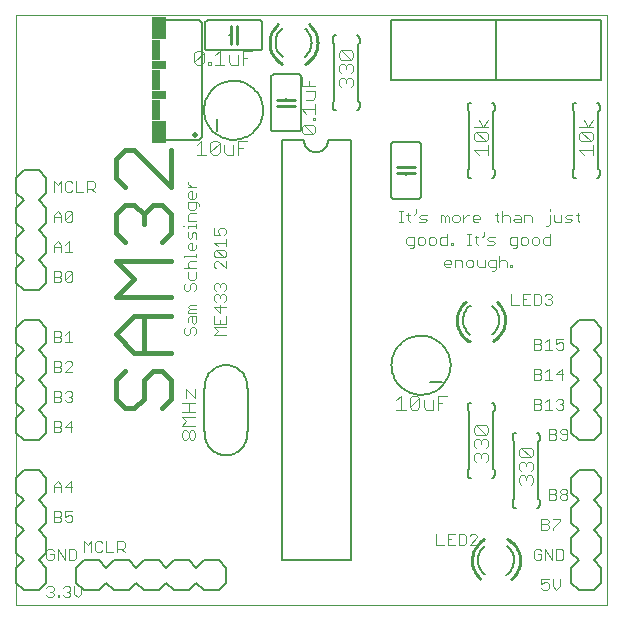
<source format=gto>
G75*
G70*
%OFA0B0*%
%FSLAX24Y24*%
%IPPOS*%
%LPD*%
%AMOC8*
5,1,8,0,0,1.08239X$1,22.5*
%
%ADD10C,0.0000*%
%ADD11C,0.0040*%
%ADD12C,0.0030*%
%ADD13C,0.0160*%
%ADD14C,0.0200*%
%ADD15C,0.0060*%
%ADD16R,0.0500X0.0750*%
%ADD17R,0.0300X0.0700*%
%ADD18R,0.0500X0.0300*%
%ADD19C,0.0100*%
%ADD20C,0.0080*%
%ADD21C,0.0050*%
D10*
X000816Y001371D02*
X000816Y021056D01*
X020501Y021056D01*
X020501Y001371D01*
X000816Y001371D01*
D11*
X006336Y006967D02*
X006336Y007121D01*
X006413Y007198D01*
X006489Y007198D01*
X006566Y007121D01*
X006566Y006967D01*
X006489Y006891D01*
X006413Y006891D01*
X006336Y006967D01*
X006336Y007351D02*
X006489Y007504D01*
X006336Y007658D01*
X006796Y007658D01*
X006796Y007811D02*
X006336Y007811D01*
X006566Y007811D02*
X006566Y008118D01*
X006489Y008272D02*
X006489Y008579D01*
X006796Y008272D01*
X006796Y008579D01*
X006796Y008118D02*
X006336Y008118D01*
X006336Y007351D02*
X006796Y007351D01*
X006720Y007198D02*
X006796Y007121D01*
X006796Y006967D01*
X006720Y006891D01*
X006643Y006891D01*
X006566Y006967D01*
X006566Y007121D02*
X006643Y007198D01*
X006720Y007198D01*
X013495Y007891D02*
X013802Y007891D01*
X013648Y007891D02*
X013648Y008351D01*
X013495Y008198D01*
X013955Y008274D02*
X013955Y007967D01*
X014262Y008274D01*
X014262Y007967D01*
X014185Y007891D01*
X014032Y007891D01*
X013955Y007967D01*
X013955Y008274D02*
X014032Y008351D01*
X014185Y008351D01*
X014262Y008274D01*
X014416Y008198D02*
X014416Y007967D01*
X014492Y007891D01*
X014722Y007891D01*
X014722Y008198D01*
X014876Y008121D02*
X015029Y008121D01*
X014876Y007891D02*
X014876Y008351D01*
X015183Y008351D01*
X016163Y007368D02*
X016086Y007292D01*
X016086Y007138D01*
X016163Y007061D01*
X016470Y007061D01*
X016163Y007368D01*
X016470Y007368D01*
X016546Y007292D01*
X016546Y007138D01*
X016470Y007061D01*
X016470Y006908D02*
X016546Y006831D01*
X016546Y006678D01*
X016470Y006601D01*
X016470Y006448D02*
X016546Y006371D01*
X016546Y006217D01*
X016470Y006141D01*
X016316Y006294D02*
X016316Y006371D01*
X016393Y006448D01*
X016470Y006448D01*
X016316Y006371D02*
X016239Y006448D01*
X016163Y006448D01*
X016086Y006371D01*
X016086Y006217D01*
X016163Y006141D01*
X016163Y006601D02*
X016086Y006678D01*
X016086Y006831D01*
X016163Y006908D01*
X016239Y006908D01*
X016316Y006831D01*
X016393Y006908D01*
X016470Y006908D01*
X016316Y006831D02*
X016316Y006754D01*
X017586Y006542D02*
X017586Y006388D01*
X017663Y006311D01*
X017970Y006311D01*
X017663Y006618D01*
X017970Y006618D01*
X018046Y006542D01*
X018046Y006388D01*
X017970Y006311D01*
X017970Y006158D02*
X018046Y006081D01*
X018046Y005928D01*
X017970Y005851D01*
X017970Y005698D02*
X018046Y005621D01*
X018046Y005467D01*
X017970Y005391D01*
X017816Y005544D02*
X017816Y005621D01*
X017893Y005698D01*
X017970Y005698D01*
X017816Y005621D02*
X017739Y005698D01*
X017663Y005698D01*
X017586Y005621D01*
X017586Y005467D01*
X017663Y005391D01*
X017663Y005851D02*
X017586Y005928D01*
X017586Y006081D01*
X017663Y006158D01*
X017739Y006158D01*
X017816Y006081D01*
X017893Y006158D01*
X017970Y006158D01*
X017816Y006081D02*
X017816Y006004D01*
X017586Y006542D02*
X017663Y006618D01*
X016546Y016391D02*
X016546Y016698D01*
X016546Y016544D02*
X016086Y016544D01*
X016239Y016391D01*
X016163Y016851D02*
X016086Y016928D01*
X016086Y017081D01*
X016163Y017158D01*
X016470Y016851D01*
X016546Y016928D01*
X016546Y017081D01*
X016470Y017158D01*
X016163Y017158D01*
X016086Y017311D02*
X016546Y017311D01*
X016393Y017311D02*
X016546Y017542D01*
X016393Y017311D02*
X016239Y017542D01*
X016163Y016851D02*
X016470Y016851D01*
X019586Y016928D02*
X019586Y017081D01*
X019663Y017158D01*
X019970Y016851D01*
X020046Y016928D01*
X020046Y017081D01*
X019970Y017158D01*
X019663Y017158D01*
X019586Y017311D02*
X020046Y017311D01*
X019893Y017311D02*
X019739Y017542D01*
X019893Y017311D02*
X020046Y017542D01*
X019970Y016851D02*
X019663Y016851D01*
X019586Y016928D01*
X019586Y016544D02*
X020046Y016544D01*
X020046Y016391D02*
X020046Y016698D01*
X019739Y016391D02*
X019586Y016544D01*
X012046Y018717D02*
X011970Y018641D01*
X012046Y018717D02*
X012046Y018871D01*
X011970Y018948D01*
X011893Y018948D01*
X011816Y018871D01*
X011816Y018794D01*
X011816Y018871D02*
X011739Y018948D01*
X011663Y018948D01*
X011586Y018871D01*
X011586Y018717D01*
X011663Y018641D01*
X011663Y019101D02*
X011586Y019178D01*
X011586Y019331D01*
X011663Y019408D01*
X011739Y019408D01*
X011816Y019331D01*
X011893Y019408D01*
X011970Y019408D01*
X012046Y019331D01*
X012046Y019178D01*
X011970Y019101D01*
X011816Y019254D02*
X011816Y019331D01*
X011663Y019561D02*
X011586Y019638D01*
X011586Y019792D01*
X011663Y019868D01*
X011970Y019561D01*
X012046Y019638D01*
X012046Y019792D01*
X011970Y019868D01*
X011663Y019868D01*
X011663Y019561D02*
X011970Y019561D01*
X010796Y018680D02*
X010336Y018680D01*
X010336Y018987D01*
X010566Y018834D02*
X010566Y018680D01*
X010489Y018527D02*
X010796Y018527D01*
X010796Y018297D01*
X010720Y018220D01*
X010489Y018220D01*
X010336Y017913D02*
X010796Y017913D01*
X010796Y018066D02*
X010796Y017759D01*
X010796Y017606D02*
X010720Y017606D01*
X010720Y017529D01*
X010796Y017529D01*
X010796Y017606D01*
X010720Y017376D02*
X010796Y017299D01*
X010796Y017146D01*
X010720Y017069D01*
X010413Y017376D01*
X010720Y017376D01*
X010720Y017069D02*
X010413Y017069D01*
X010336Y017146D01*
X010336Y017299D01*
X010413Y017376D01*
X010489Y017759D02*
X010336Y017913D01*
X008524Y016851D02*
X008217Y016851D01*
X008217Y016391D01*
X008064Y016391D02*
X008064Y016698D01*
X008217Y016621D02*
X008371Y016621D01*
X008064Y016391D02*
X007834Y016391D01*
X007757Y016467D01*
X007757Y016698D01*
X007604Y016774D02*
X007604Y016467D01*
X007527Y016391D01*
X007373Y016391D01*
X007297Y016467D01*
X007604Y016774D01*
X007527Y016851D01*
X007373Y016851D01*
X007297Y016774D01*
X007297Y016467D01*
X007143Y016391D02*
X006836Y016391D01*
X006990Y016391D02*
X006990Y016851D01*
X006836Y016698D01*
X006841Y019391D02*
X006765Y019467D01*
X007072Y019774D01*
X007072Y019467D01*
X006995Y019391D01*
X006841Y019391D01*
X006765Y019467D02*
X006765Y019774D01*
X006841Y019851D01*
X006995Y019851D01*
X007072Y019774D01*
X007225Y019467D02*
X007302Y019467D01*
X007302Y019391D01*
X007225Y019391D01*
X007225Y019467D01*
X007455Y019391D02*
X007762Y019391D01*
X007609Y019391D02*
X007609Y019851D01*
X007455Y019698D01*
X007916Y019698D02*
X007916Y019467D01*
X007992Y019391D01*
X008222Y019391D01*
X008222Y019698D01*
X008376Y019621D02*
X008529Y019621D01*
X008376Y019391D02*
X008376Y019851D01*
X008683Y019851D01*
D12*
X006555Y015482D02*
X006555Y015420D01*
X006678Y015296D01*
X006678Y015175D02*
X006678Y014928D01*
X006740Y014928D02*
X006616Y014928D01*
X006555Y014990D01*
X006555Y015113D01*
X006616Y015175D01*
X006678Y015175D01*
X006801Y015113D02*
X006801Y014990D01*
X006740Y014928D01*
X006801Y014807D02*
X006801Y014621D01*
X006740Y014560D01*
X006616Y014560D01*
X006555Y014621D01*
X006555Y014807D01*
X006863Y014807D01*
X006925Y014745D01*
X006925Y014683D01*
X006801Y014438D02*
X006616Y014438D01*
X006555Y014377D01*
X006555Y014191D01*
X006801Y014191D01*
X006801Y014069D02*
X006801Y013946D01*
X006801Y014008D02*
X006555Y014008D01*
X006555Y013946D01*
X006555Y013825D02*
X006555Y013639D01*
X006616Y013578D01*
X006678Y013639D01*
X006678Y013763D01*
X006740Y013825D01*
X006801Y013763D01*
X006801Y013578D01*
X006678Y013456D02*
X006678Y013209D01*
X006740Y013209D02*
X006616Y013209D01*
X006555Y013271D01*
X006555Y013395D01*
X006616Y013456D01*
X006678Y013456D01*
X006801Y013395D02*
X006801Y013271D01*
X006740Y013209D01*
X006801Y013087D02*
X006801Y012964D01*
X006801Y013026D02*
X006431Y013026D01*
X006431Y012964D01*
X006555Y012781D02*
X006616Y012842D01*
X006801Y012842D01*
X006801Y012596D02*
X006431Y012596D01*
X006555Y012657D02*
X006555Y012781D01*
X006555Y012657D02*
X006616Y012596D01*
X006555Y012474D02*
X006555Y012289D01*
X006616Y012227D01*
X006740Y012227D01*
X006801Y012289D01*
X006801Y012474D01*
X006740Y012106D02*
X006801Y012044D01*
X006801Y011921D01*
X006740Y011859D01*
X006616Y011921D02*
X006616Y012044D01*
X006678Y012106D01*
X006740Y012106D01*
X006616Y011921D02*
X006555Y011859D01*
X006493Y011859D01*
X006431Y011921D01*
X006431Y012044D01*
X006493Y012106D01*
X006616Y011369D02*
X006801Y011369D01*
X006801Y011246D02*
X006616Y011246D01*
X006555Y011307D01*
X006616Y011369D01*
X006616Y011246D02*
X006555Y011184D01*
X006555Y011122D01*
X006801Y011122D01*
X006801Y011001D02*
X006616Y011001D01*
X006555Y010939D01*
X006555Y010816D01*
X006678Y010816D02*
X006678Y011001D01*
X006801Y011001D02*
X006801Y010816D01*
X006740Y010754D01*
X006678Y010816D01*
X006678Y010633D02*
X006740Y010633D01*
X006801Y010571D01*
X006801Y010447D01*
X006740Y010386D01*
X006616Y010447D02*
X006616Y010571D01*
X006678Y010633D01*
X006493Y010633D02*
X006431Y010571D01*
X006431Y010447D01*
X006493Y010386D01*
X006555Y010386D01*
X006616Y010447D01*
X007431Y010386D02*
X007555Y010509D01*
X007431Y010633D01*
X007801Y010633D01*
X007801Y010754D02*
X007801Y011001D01*
X007616Y011122D02*
X007616Y011369D01*
X007493Y011491D02*
X007431Y011552D01*
X007431Y011676D01*
X007493Y011737D01*
X007555Y011737D01*
X007616Y011676D01*
X007678Y011737D01*
X007740Y011737D01*
X007801Y011676D01*
X007801Y011552D01*
X007740Y011491D01*
X007616Y011614D02*
X007616Y011676D01*
X007493Y011859D02*
X007431Y011921D01*
X007431Y012044D01*
X007493Y012106D01*
X007555Y012106D01*
X007616Y012044D01*
X007678Y012106D01*
X007740Y012106D01*
X007801Y012044D01*
X007801Y011921D01*
X007740Y011859D01*
X007616Y011982D02*
X007616Y012044D01*
X007493Y012596D02*
X007431Y012657D01*
X007431Y012781D01*
X007493Y012842D01*
X007555Y012842D01*
X007801Y012596D01*
X007801Y012842D01*
X007740Y012964D02*
X007493Y012964D01*
X007431Y013026D01*
X007431Y013149D01*
X007493Y013211D01*
X007740Y012964D01*
X007801Y013026D01*
X007801Y013149D01*
X007740Y013211D01*
X007493Y013211D01*
X007555Y013332D02*
X007431Y013456D01*
X007801Y013456D01*
X007801Y013579D02*
X007801Y013332D01*
X007740Y013700D02*
X007801Y013762D01*
X007801Y013886D01*
X007740Y013947D01*
X007616Y013947D01*
X007555Y013886D01*
X007555Y013824D01*
X007616Y013700D01*
X007431Y013700D01*
X007431Y013947D01*
X006431Y014008D02*
X006369Y014008D01*
X006555Y015296D02*
X006801Y015296D01*
X003433Y015321D02*
X003371Y015259D01*
X003186Y015259D01*
X003186Y015136D02*
X003186Y015506D01*
X003371Y015506D01*
X003433Y015444D01*
X003433Y015321D01*
X003310Y015259D02*
X003433Y015136D01*
X003065Y015136D02*
X002818Y015136D01*
X002818Y015506D01*
X002697Y015444D02*
X002635Y015506D01*
X002511Y015506D01*
X002450Y015444D01*
X002450Y015197D01*
X002511Y015136D01*
X002635Y015136D01*
X002697Y015197D01*
X002328Y015136D02*
X002328Y015506D01*
X002205Y015383D01*
X002081Y015506D01*
X002081Y015136D01*
X002205Y014506D02*
X002328Y014383D01*
X002328Y014136D01*
X002450Y014197D02*
X002697Y014444D01*
X002697Y014197D01*
X002635Y014136D01*
X002511Y014136D01*
X002450Y014197D01*
X002450Y014444D01*
X002511Y014506D01*
X002635Y014506D01*
X002697Y014444D01*
X002328Y014321D02*
X002081Y014321D01*
X002081Y014383D02*
X002205Y014506D01*
X002081Y014383D02*
X002081Y014136D01*
X002205Y013506D02*
X002081Y013383D01*
X002081Y013136D01*
X002081Y013321D02*
X002328Y013321D01*
X002328Y013383D02*
X002328Y013136D01*
X002450Y013136D02*
X002697Y013136D01*
X002573Y013136D02*
X002573Y013506D01*
X002450Y013383D01*
X002328Y013383D02*
X002205Y013506D01*
X002267Y012506D02*
X002081Y012506D01*
X002081Y012136D01*
X002267Y012136D01*
X002328Y012197D01*
X002328Y012259D01*
X002267Y012321D01*
X002081Y012321D01*
X002267Y012321D02*
X002328Y012383D01*
X002328Y012444D01*
X002267Y012506D01*
X002450Y012444D02*
X002450Y012197D01*
X002697Y012444D01*
X002697Y012197D01*
X002635Y012136D01*
X002511Y012136D01*
X002450Y012197D01*
X002450Y012444D02*
X002511Y012506D01*
X002635Y012506D01*
X002697Y012444D01*
X002573Y010506D02*
X002450Y010383D01*
X002328Y010383D02*
X002267Y010321D01*
X002081Y010321D01*
X002081Y010136D02*
X002081Y010506D01*
X002267Y010506D01*
X002328Y010444D01*
X002328Y010383D01*
X002267Y010321D02*
X002328Y010259D01*
X002328Y010197D01*
X002267Y010136D01*
X002081Y010136D01*
X002450Y010136D02*
X002697Y010136D01*
X002573Y010136D02*
X002573Y010506D01*
X002511Y009506D02*
X002450Y009444D01*
X002511Y009506D02*
X002635Y009506D01*
X002697Y009444D01*
X002697Y009383D01*
X002450Y009136D01*
X002697Y009136D01*
X002328Y009197D02*
X002267Y009136D01*
X002081Y009136D01*
X002081Y009506D01*
X002267Y009506D01*
X002328Y009444D01*
X002328Y009383D01*
X002267Y009321D01*
X002081Y009321D01*
X002267Y009321D02*
X002328Y009259D01*
X002328Y009197D01*
X002267Y008506D02*
X002081Y008506D01*
X002081Y008136D01*
X002267Y008136D01*
X002328Y008197D01*
X002328Y008259D01*
X002267Y008321D01*
X002081Y008321D01*
X002267Y008321D02*
X002328Y008383D01*
X002328Y008444D01*
X002267Y008506D01*
X002450Y008444D02*
X002511Y008506D01*
X002635Y008506D01*
X002697Y008444D01*
X002697Y008383D01*
X002635Y008321D01*
X002697Y008259D01*
X002697Y008197D01*
X002635Y008136D01*
X002511Y008136D01*
X002450Y008197D01*
X002573Y008321D02*
X002635Y008321D01*
X002635Y007506D02*
X002450Y007321D01*
X002697Y007321D01*
X002635Y007136D02*
X002635Y007506D01*
X002328Y007444D02*
X002328Y007383D01*
X002267Y007321D01*
X002081Y007321D01*
X002081Y007136D02*
X002081Y007506D01*
X002267Y007506D01*
X002328Y007444D01*
X002267Y007321D02*
X002328Y007259D01*
X002328Y007197D01*
X002267Y007136D01*
X002081Y007136D01*
X002205Y005506D02*
X002081Y005383D01*
X002081Y005136D01*
X002081Y005321D02*
X002328Y005321D01*
X002328Y005383D02*
X002328Y005136D01*
X002450Y005321D02*
X002697Y005321D01*
X002635Y005506D02*
X002450Y005321D01*
X002328Y005383D02*
X002205Y005506D01*
X002635Y005506D02*
X002635Y005136D01*
X002697Y004506D02*
X002450Y004506D01*
X002450Y004321D01*
X002573Y004383D01*
X002635Y004383D01*
X002697Y004321D01*
X002697Y004197D01*
X002635Y004136D01*
X002511Y004136D01*
X002450Y004197D01*
X002328Y004197D02*
X002267Y004136D01*
X002081Y004136D01*
X002081Y004506D01*
X002267Y004506D01*
X002328Y004444D01*
X002328Y004383D01*
X002267Y004321D01*
X002081Y004321D01*
X002267Y004321D02*
X002328Y004259D01*
X002328Y004197D01*
X003081Y003506D02*
X003205Y003383D01*
X003328Y003506D01*
X003328Y003136D01*
X003450Y003197D02*
X003450Y003444D01*
X003511Y003506D01*
X003635Y003506D01*
X003697Y003444D01*
X003818Y003506D02*
X003818Y003136D01*
X004065Y003136D01*
X004186Y003136D02*
X004186Y003506D01*
X004371Y003506D01*
X004433Y003444D01*
X004433Y003321D01*
X004371Y003259D01*
X004186Y003259D01*
X004310Y003259D02*
X004433Y003136D01*
X003697Y003197D02*
X003635Y003136D01*
X003511Y003136D01*
X003450Y003197D01*
X003081Y003136D02*
X003081Y003506D01*
X002815Y003194D02*
X002753Y003256D01*
X002568Y003256D01*
X002568Y002886D01*
X002753Y002886D01*
X002815Y002947D01*
X002815Y003194D01*
X002447Y003256D02*
X002447Y002886D01*
X002200Y003256D01*
X002200Y002886D01*
X002078Y002947D02*
X002078Y003071D01*
X001955Y003071D01*
X002078Y003194D02*
X002017Y003256D01*
X001893Y003256D01*
X001831Y003194D01*
X001831Y002947D01*
X001893Y002886D01*
X002017Y002886D01*
X002078Y002947D01*
X002017Y002006D02*
X001893Y002006D01*
X001831Y001944D01*
X001955Y001821D02*
X002017Y001821D01*
X002078Y001759D01*
X002078Y001697D01*
X002017Y001636D01*
X001893Y001636D01*
X001831Y001697D01*
X002017Y001821D02*
X002078Y001883D01*
X002078Y001944D01*
X002017Y002006D01*
X002200Y001697D02*
X002261Y001697D01*
X002261Y001636D01*
X002200Y001636D01*
X002200Y001697D01*
X002384Y001697D02*
X002446Y001636D01*
X002569Y001636D01*
X002631Y001697D01*
X002631Y001759D01*
X002569Y001821D01*
X002507Y001821D01*
X002569Y001821D02*
X002631Y001883D01*
X002631Y001944D01*
X002569Y002006D01*
X002446Y002006D01*
X002384Y001944D01*
X002752Y002006D02*
X002752Y001759D01*
X002876Y001636D01*
X002999Y001759D01*
X002999Y002006D01*
X007431Y010386D02*
X007801Y010386D01*
X007801Y010754D02*
X007431Y010754D01*
X007431Y011001D01*
X007616Y011122D02*
X007431Y011307D01*
X007801Y011307D01*
X007616Y010877D02*
X007616Y010754D01*
X013581Y014136D02*
X013705Y014136D01*
X013643Y014136D02*
X013643Y014506D01*
X013581Y014506D02*
X013705Y014506D01*
X013827Y014383D02*
X013950Y014383D01*
X013889Y014444D02*
X013889Y014197D01*
X013950Y014136D01*
X014072Y014383D02*
X014134Y014444D01*
X014134Y014568D01*
X014318Y014383D02*
X014503Y014383D01*
X014442Y014259D02*
X014318Y014259D01*
X014257Y014321D01*
X014318Y014383D01*
X014442Y014259D02*
X014503Y014197D01*
X014442Y014136D01*
X014257Y014136D01*
X014261Y013633D02*
X014200Y013571D01*
X014200Y013447D01*
X014261Y013386D01*
X014385Y013386D01*
X014447Y013447D01*
X014447Y013571D01*
X014385Y013633D01*
X014261Y013633D01*
X014078Y013633D02*
X013893Y013633D01*
X013831Y013571D01*
X013831Y013447D01*
X013893Y013386D01*
X014078Y013386D01*
X014078Y013324D02*
X014078Y013633D01*
X014078Y013324D02*
X014017Y013262D01*
X013955Y013262D01*
X014568Y013447D02*
X014568Y013571D01*
X014630Y013633D01*
X014753Y013633D01*
X014815Y013571D01*
X014815Y013447D01*
X014753Y013386D01*
X014630Y013386D01*
X014568Y013447D01*
X014936Y013447D02*
X014936Y013571D01*
X014998Y013633D01*
X015183Y013633D01*
X015183Y013756D02*
X015183Y013386D01*
X014998Y013386D01*
X014936Y013447D01*
X015305Y013447D02*
X015366Y013447D01*
X015366Y013386D01*
X015305Y013386D01*
X015305Y013447D01*
X015267Y012883D02*
X015143Y012883D01*
X015081Y012821D01*
X015081Y012697D01*
X015143Y012636D01*
X015267Y012636D01*
X015328Y012759D02*
X015081Y012759D01*
X015267Y012883D02*
X015328Y012821D01*
X015328Y012759D01*
X015450Y012636D02*
X015450Y012883D01*
X015635Y012883D01*
X015697Y012821D01*
X015697Y012636D01*
X015818Y012697D02*
X015880Y012636D01*
X016003Y012636D01*
X016065Y012697D01*
X016065Y012821D01*
X016003Y012883D01*
X015880Y012883D01*
X015818Y012821D01*
X015818Y012697D01*
X016186Y012697D02*
X016248Y012636D01*
X016433Y012636D01*
X016433Y012883D01*
X016555Y012821D02*
X016555Y012697D01*
X016616Y012636D01*
X016801Y012636D01*
X016801Y012574D02*
X016801Y012883D01*
X016616Y012883D01*
X016555Y012821D01*
X016678Y012512D02*
X016740Y012512D01*
X016801Y012574D01*
X016923Y012636D02*
X016923Y013006D01*
X016985Y012883D02*
X017108Y012883D01*
X017170Y012821D01*
X017170Y012636D01*
X017291Y012636D02*
X017353Y012636D01*
X017353Y012697D01*
X017291Y012697D01*
X017291Y012636D01*
X016985Y012883D02*
X016923Y012821D01*
X017392Y013262D02*
X017454Y013262D01*
X017516Y013324D01*
X017516Y013633D01*
X017331Y013633D01*
X017269Y013571D01*
X017269Y013447D01*
X017331Y013386D01*
X017516Y013386D01*
X017637Y013447D02*
X017637Y013571D01*
X017699Y013633D01*
X017822Y013633D01*
X017884Y013571D01*
X017884Y013447D01*
X017822Y013386D01*
X017699Y013386D01*
X017637Y013447D01*
X018005Y013447D02*
X018067Y013386D01*
X018191Y013386D01*
X018252Y013447D01*
X018252Y013571D01*
X018191Y013633D01*
X018067Y013633D01*
X018005Y013571D01*
X018005Y013447D01*
X018374Y013447D02*
X018374Y013571D01*
X018435Y013633D01*
X018621Y013633D01*
X018621Y013756D02*
X018621Y013386D01*
X018435Y013386D01*
X018374Y013447D01*
X018492Y014012D02*
X018554Y014012D01*
X018615Y014074D01*
X018615Y014383D01*
X018738Y014383D02*
X018738Y014197D01*
X018799Y014136D01*
X018984Y014136D01*
X018984Y014383D01*
X019106Y014321D02*
X019168Y014383D01*
X019353Y014383D01*
X019474Y014383D02*
X019598Y014383D01*
X019536Y014444D02*
X019536Y014197D01*
X019598Y014136D01*
X019353Y014197D02*
X019291Y014259D01*
X019168Y014259D01*
X019106Y014321D01*
X019106Y014136D02*
X019291Y014136D01*
X019353Y014197D01*
X018615Y014506D02*
X018615Y014568D01*
X018002Y014321D02*
X018002Y014136D01*
X018002Y014321D02*
X017941Y014383D01*
X017755Y014383D01*
X017755Y014136D01*
X017634Y014136D02*
X017449Y014136D01*
X017387Y014197D01*
X017449Y014259D01*
X017634Y014259D01*
X017634Y014321D02*
X017634Y014136D01*
X017634Y014321D02*
X017572Y014383D01*
X017449Y014383D01*
X017266Y014321D02*
X017266Y014136D01*
X017266Y014321D02*
X017204Y014383D01*
X017080Y014383D01*
X017019Y014321D01*
X016897Y014383D02*
X016773Y014383D01*
X016835Y014444D02*
X016835Y014197D01*
X016897Y014136D01*
X017019Y014136D02*
X017019Y014506D01*
X016284Y014321D02*
X016284Y014259D01*
X016037Y014259D01*
X016037Y014197D02*
X016037Y014321D01*
X016098Y014383D01*
X016222Y014383D01*
X016284Y014321D01*
X016222Y014136D02*
X016098Y014136D01*
X016037Y014197D01*
X015915Y014383D02*
X015853Y014383D01*
X015730Y014259D01*
X015730Y014136D02*
X015730Y014383D01*
X015608Y014321D02*
X015608Y014197D01*
X015547Y014136D01*
X015423Y014136D01*
X015361Y014197D01*
X015361Y014321D01*
X015423Y014383D01*
X015547Y014383D01*
X015608Y014321D01*
X015240Y014321D02*
X015240Y014136D01*
X015117Y014136D02*
X015117Y014321D01*
X015178Y014383D01*
X015240Y014321D01*
X015117Y014321D02*
X015055Y014383D01*
X014993Y014383D01*
X014993Y014136D01*
X015857Y013756D02*
X015980Y013756D01*
X015919Y013756D02*
X015919Y013386D01*
X015980Y013386D02*
X015857Y013386D01*
X016164Y013447D02*
X016164Y013694D01*
X016103Y013633D02*
X016226Y013633D01*
X016348Y013633D02*
X016410Y013694D01*
X016410Y013818D01*
X016594Y013633D02*
X016779Y013633D01*
X016717Y013509D02*
X016594Y013509D01*
X016532Y013571D01*
X016594Y013633D01*
X016717Y013509D02*
X016779Y013447D01*
X016717Y013386D01*
X016532Y013386D01*
X016226Y013386D02*
X016164Y013447D01*
X016186Y012883D02*
X016186Y012697D01*
X017331Y011756D02*
X017331Y011386D01*
X017578Y011386D01*
X017700Y011386D02*
X017947Y011386D01*
X018068Y011386D02*
X018253Y011386D01*
X018315Y011447D01*
X018315Y011694D01*
X018253Y011756D01*
X018068Y011756D01*
X018068Y011386D01*
X017823Y011571D02*
X017700Y011571D01*
X017700Y011756D02*
X017700Y011386D01*
X017700Y011756D02*
X017947Y011756D01*
X018436Y011694D02*
X018498Y011756D01*
X018621Y011756D01*
X018683Y011694D01*
X018683Y011633D01*
X018621Y011571D01*
X018683Y011509D01*
X018683Y011447D01*
X018621Y011386D01*
X018498Y011386D01*
X018436Y011447D01*
X018560Y011571D02*
X018621Y011571D01*
X018573Y010256D02*
X018573Y009886D01*
X018450Y009886D02*
X018697Y009886D01*
X018818Y009947D02*
X018880Y009886D01*
X019003Y009886D01*
X019065Y009947D01*
X019065Y010071D01*
X019003Y010133D01*
X018941Y010133D01*
X018818Y010071D01*
X018818Y010256D01*
X019065Y010256D01*
X018573Y010256D02*
X018450Y010133D01*
X018328Y010133D02*
X018267Y010071D01*
X018081Y010071D01*
X018081Y009886D02*
X018081Y010256D01*
X018267Y010256D01*
X018328Y010194D01*
X018328Y010133D01*
X018267Y010071D02*
X018328Y010009D01*
X018328Y009947D01*
X018267Y009886D01*
X018081Y009886D01*
X018081Y009256D02*
X018267Y009256D01*
X018328Y009194D01*
X018328Y009133D01*
X018267Y009071D01*
X018081Y009071D01*
X018081Y008886D02*
X018081Y009256D01*
X018267Y009071D02*
X018328Y009009D01*
X018328Y008947D01*
X018267Y008886D01*
X018081Y008886D01*
X018450Y008886D02*
X018697Y008886D01*
X018573Y008886D02*
X018573Y009256D01*
X018450Y009133D01*
X018818Y009071D02*
X019065Y009071D01*
X019003Y008886D02*
X019003Y009256D01*
X018818Y009071D01*
X018880Y008256D02*
X019003Y008256D01*
X019065Y008194D01*
X019065Y008133D01*
X019003Y008071D01*
X019065Y008009D01*
X019065Y007947D01*
X019003Y007886D01*
X018880Y007886D01*
X018818Y007947D01*
X018697Y007886D02*
X018450Y007886D01*
X018573Y007886D02*
X018573Y008256D01*
X018450Y008133D01*
X018328Y008133D02*
X018267Y008071D01*
X018081Y008071D01*
X018081Y008256D02*
X018267Y008256D01*
X018328Y008194D01*
X018328Y008133D01*
X018267Y008071D02*
X018328Y008009D01*
X018328Y007947D01*
X018267Y007886D01*
X018081Y007886D01*
X018081Y008256D01*
X018818Y008194D02*
X018880Y008256D01*
X018941Y008071D02*
X019003Y008071D01*
X019011Y007256D02*
X018950Y007194D01*
X018950Y007133D01*
X019011Y007071D01*
X019197Y007071D01*
X019197Y007194D02*
X019197Y006947D01*
X019135Y006886D01*
X019011Y006886D01*
X018950Y006947D01*
X018828Y006947D02*
X018767Y006886D01*
X018581Y006886D01*
X018581Y007256D01*
X018767Y007256D01*
X018828Y007194D01*
X018828Y007133D01*
X018767Y007071D01*
X018581Y007071D01*
X018767Y007071D02*
X018828Y007009D01*
X018828Y006947D01*
X019011Y007256D02*
X019135Y007256D01*
X019197Y007194D01*
X019135Y005256D02*
X019011Y005256D01*
X018950Y005194D01*
X018950Y005133D01*
X019011Y005071D01*
X019135Y005071D01*
X019197Y005009D01*
X019197Y004947D01*
X019135Y004886D01*
X019011Y004886D01*
X018950Y004947D01*
X018950Y005009D01*
X019011Y005071D01*
X019135Y005071D02*
X019197Y005133D01*
X019197Y005194D01*
X019135Y005256D01*
X018828Y005194D02*
X018828Y005133D01*
X018767Y005071D01*
X018581Y005071D01*
X018581Y005256D02*
X018767Y005256D01*
X018828Y005194D01*
X018767Y005071D02*
X018828Y005009D01*
X018828Y004947D01*
X018767Y004886D01*
X018581Y004886D01*
X018581Y005256D01*
X018517Y004256D02*
X018331Y004256D01*
X018331Y003886D01*
X018517Y003886D01*
X018578Y003947D01*
X018578Y004009D01*
X018517Y004071D01*
X018331Y004071D01*
X018517Y004071D02*
X018578Y004133D01*
X018578Y004194D01*
X018517Y004256D01*
X018700Y004256D02*
X018947Y004256D01*
X018947Y004194D01*
X018700Y003947D01*
X018700Y003886D01*
X018697Y003256D02*
X018697Y002886D01*
X018450Y003256D01*
X018450Y002886D01*
X018328Y002947D02*
X018328Y003071D01*
X018205Y003071D01*
X018328Y003194D02*
X018267Y003256D01*
X018143Y003256D01*
X018081Y003194D01*
X018081Y002947D01*
X018143Y002886D01*
X018267Y002886D01*
X018328Y002947D01*
X018818Y002886D02*
X019003Y002886D01*
X019065Y002947D01*
X019065Y003194D01*
X019003Y003256D01*
X018818Y003256D01*
X018818Y002886D01*
X018700Y002256D02*
X018700Y002009D01*
X018823Y001886D01*
X018947Y002009D01*
X018947Y002256D01*
X018578Y002256D02*
X018331Y002256D01*
X018331Y002071D01*
X018455Y002133D01*
X018517Y002133D01*
X018578Y002071D01*
X018578Y001947D01*
X018517Y001886D01*
X018393Y001886D01*
X018331Y001947D01*
X016183Y003386D02*
X015936Y003386D01*
X016183Y003633D01*
X016183Y003694D01*
X016121Y003756D01*
X015998Y003756D01*
X015936Y003694D01*
X015815Y003694D02*
X015753Y003756D01*
X015568Y003756D01*
X015568Y003386D01*
X015753Y003386D01*
X015815Y003447D01*
X015815Y003694D01*
X015447Y003756D02*
X015200Y003756D01*
X015200Y003386D01*
X015447Y003386D01*
X015323Y003571D02*
X015200Y003571D01*
X015078Y003386D02*
X014831Y003386D01*
X014831Y003756D01*
D13*
X005986Y008258D02*
X005679Y007951D01*
X005986Y008258D02*
X005986Y008871D01*
X005679Y009178D01*
X005373Y009178D01*
X005066Y008871D01*
X005066Y008258D01*
X004759Y007951D01*
X004452Y007951D01*
X004145Y008258D01*
X004145Y008871D01*
X004452Y009178D01*
X004759Y009792D02*
X004145Y010406D01*
X004759Y011020D01*
X005986Y011020D01*
X005986Y011634D02*
X004145Y011634D01*
X004759Y012248D01*
X004145Y012861D01*
X005986Y012861D01*
X005679Y013475D02*
X005986Y013782D01*
X005986Y014396D01*
X005679Y014703D01*
X005373Y014703D01*
X005066Y014396D01*
X005066Y014089D01*
X005066Y014396D02*
X004759Y014703D01*
X004452Y014703D01*
X004145Y014396D01*
X004145Y013782D01*
X004452Y013475D01*
X004452Y015317D02*
X004145Y015624D01*
X004145Y016238D01*
X004452Y016545D01*
X004759Y016545D01*
X005986Y015317D01*
X005986Y016545D01*
X005066Y011020D02*
X005066Y009792D01*
X004759Y009792D02*
X005986Y009792D01*
D14*
X006776Y017051D03*
D15*
X006916Y016871D02*
X005766Y016871D01*
X006916Y016871D02*
X007016Y016971D01*
X007016Y020771D01*
X006916Y020871D01*
X005766Y020871D01*
X007116Y020771D02*
X007116Y019971D01*
X007118Y019954D01*
X007122Y019937D01*
X007129Y019921D01*
X007139Y019907D01*
X007152Y019894D01*
X007166Y019884D01*
X007182Y019877D01*
X007199Y019873D01*
X007216Y019871D01*
X008916Y019871D01*
X008933Y019873D01*
X008950Y019877D01*
X008966Y019884D01*
X008980Y019894D01*
X008993Y019907D01*
X009003Y019921D01*
X009010Y019937D01*
X009014Y019954D01*
X009016Y019971D01*
X009016Y020771D01*
X009014Y020788D01*
X009010Y020805D01*
X009003Y020821D01*
X008993Y020835D01*
X008980Y020848D01*
X008966Y020858D01*
X008950Y020865D01*
X008933Y020869D01*
X008916Y020871D01*
X007216Y020871D01*
X007199Y020869D01*
X007182Y020865D01*
X007166Y020858D01*
X007152Y020848D01*
X007139Y020835D01*
X007129Y020821D01*
X007122Y020805D01*
X007118Y020788D01*
X007116Y020771D01*
X007916Y020371D02*
X007966Y020371D01*
X008166Y020371D02*
X008216Y020371D01*
X009416Y019071D02*
X010216Y019071D01*
X010233Y019069D01*
X010250Y019065D01*
X010266Y019058D01*
X010280Y019048D01*
X010293Y019035D01*
X010303Y019021D01*
X010310Y019005D01*
X010314Y018988D01*
X010316Y018971D01*
X010316Y017271D01*
X010314Y017254D01*
X010310Y017237D01*
X010303Y017221D01*
X010293Y017207D01*
X010280Y017194D01*
X010266Y017184D01*
X010250Y017177D01*
X010233Y017173D01*
X010216Y017171D01*
X009416Y017171D01*
X009399Y017173D01*
X009382Y017177D01*
X009366Y017184D01*
X009352Y017194D01*
X009339Y017207D01*
X009329Y017221D01*
X009322Y017237D01*
X009318Y017254D01*
X009316Y017271D01*
X009316Y018971D01*
X009318Y018988D01*
X009322Y019005D01*
X009329Y019021D01*
X009339Y019035D01*
X009352Y019048D01*
X009366Y019058D01*
X009382Y019065D01*
X009399Y019069D01*
X009416Y019071D01*
X009816Y018271D02*
X009816Y018221D01*
X009816Y018021D02*
X009816Y017971D01*
X009666Y016871D02*
X010416Y016871D01*
X010418Y016832D01*
X010424Y016793D01*
X010433Y016755D01*
X010446Y016718D01*
X010463Y016682D01*
X010483Y016649D01*
X010507Y016617D01*
X010533Y016588D01*
X010562Y016562D01*
X010594Y016538D01*
X010627Y016518D01*
X010663Y016501D01*
X010700Y016488D01*
X010738Y016479D01*
X010777Y016473D01*
X010816Y016471D01*
X010855Y016473D01*
X010894Y016479D01*
X010932Y016488D01*
X010969Y016501D01*
X011005Y016518D01*
X011038Y016538D01*
X011070Y016562D01*
X011099Y016588D01*
X011125Y016617D01*
X011149Y016649D01*
X011169Y016682D01*
X011186Y016718D01*
X011199Y016755D01*
X011208Y016793D01*
X011214Y016832D01*
X011216Y016871D01*
X011966Y016871D01*
X011966Y002871D01*
X009666Y002871D01*
X009666Y016871D01*
X011366Y017971D02*
X011366Y018121D01*
X011416Y018171D01*
X011416Y020071D01*
X011366Y020121D01*
X011366Y020271D01*
X011368Y020288D01*
X011372Y020305D01*
X011379Y020321D01*
X011389Y020335D01*
X011402Y020348D01*
X011416Y020358D01*
X011432Y020365D01*
X011449Y020369D01*
X011466Y020371D01*
X012166Y020371D02*
X012183Y020369D01*
X012200Y020365D01*
X012216Y020358D01*
X012230Y020348D01*
X012243Y020335D01*
X012253Y020321D01*
X012260Y020305D01*
X012264Y020288D01*
X012266Y020271D01*
X012266Y020121D01*
X012216Y020071D01*
X012216Y018171D01*
X012266Y018121D01*
X012266Y017971D01*
X012264Y017954D01*
X012260Y017937D01*
X012253Y017921D01*
X012243Y017907D01*
X012230Y017894D01*
X012216Y017884D01*
X012200Y017877D01*
X012183Y017873D01*
X012166Y017871D01*
X011466Y017871D02*
X011449Y017873D01*
X011432Y017877D01*
X011416Y017884D01*
X011402Y017894D01*
X011389Y017907D01*
X011379Y017921D01*
X011372Y017937D01*
X011368Y017954D01*
X011366Y017971D01*
X013316Y016721D02*
X013316Y015021D01*
X013318Y015004D01*
X013322Y014987D01*
X013329Y014971D01*
X013339Y014957D01*
X013352Y014944D01*
X013366Y014934D01*
X013382Y014927D01*
X013399Y014923D01*
X013416Y014921D01*
X014216Y014921D01*
X014233Y014923D01*
X014250Y014927D01*
X014266Y014934D01*
X014280Y014944D01*
X014293Y014957D01*
X014303Y014971D01*
X014310Y014987D01*
X014314Y015004D01*
X014316Y015021D01*
X014316Y016721D01*
X014314Y016738D01*
X014310Y016755D01*
X014303Y016771D01*
X014293Y016785D01*
X014280Y016798D01*
X014266Y016808D01*
X014250Y016815D01*
X014233Y016819D01*
X014216Y016821D01*
X013416Y016821D01*
X013399Y016819D01*
X013382Y016815D01*
X013366Y016808D01*
X013352Y016798D01*
X013339Y016785D01*
X013329Y016771D01*
X013322Y016755D01*
X013318Y016738D01*
X013316Y016721D01*
X013816Y016021D02*
X013816Y015971D01*
X013816Y015771D02*
X013816Y015721D01*
X015866Y015721D02*
X015866Y015871D01*
X015916Y015921D01*
X015916Y017821D01*
X015866Y017871D01*
X015866Y018021D01*
X015868Y018038D01*
X015872Y018055D01*
X015879Y018071D01*
X015889Y018085D01*
X015902Y018098D01*
X015916Y018108D01*
X015932Y018115D01*
X015949Y018119D01*
X015966Y018121D01*
X016666Y018121D02*
X016683Y018119D01*
X016700Y018115D01*
X016716Y018108D01*
X016730Y018098D01*
X016743Y018085D01*
X016753Y018071D01*
X016760Y018055D01*
X016764Y018038D01*
X016766Y018021D01*
X016766Y017871D01*
X016716Y017821D01*
X016716Y015921D01*
X016766Y015871D01*
X016766Y015721D01*
X016764Y015704D01*
X016760Y015687D01*
X016753Y015671D01*
X016743Y015657D01*
X016730Y015644D01*
X016716Y015634D01*
X016700Y015627D01*
X016683Y015623D01*
X016666Y015621D01*
X015966Y015621D02*
X015949Y015623D01*
X015932Y015627D01*
X015916Y015634D01*
X015902Y015644D01*
X015889Y015657D01*
X015879Y015671D01*
X015872Y015687D01*
X015868Y015704D01*
X015866Y015721D01*
X019366Y015721D02*
X019366Y015871D01*
X019416Y015921D01*
X019416Y017821D01*
X019366Y017871D01*
X019366Y018021D01*
X019368Y018038D01*
X019372Y018055D01*
X019379Y018071D01*
X019389Y018085D01*
X019402Y018098D01*
X019416Y018108D01*
X019432Y018115D01*
X019449Y018119D01*
X019466Y018121D01*
X020166Y018121D02*
X020183Y018119D01*
X020200Y018115D01*
X020216Y018108D01*
X020230Y018098D01*
X020243Y018085D01*
X020253Y018071D01*
X020260Y018055D01*
X020264Y018038D01*
X020266Y018021D01*
X020266Y017871D01*
X020216Y017821D01*
X020216Y015921D01*
X020266Y015871D01*
X020266Y015721D01*
X020264Y015704D01*
X020260Y015687D01*
X020253Y015671D01*
X020243Y015657D01*
X020230Y015644D01*
X020216Y015634D01*
X020200Y015627D01*
X020183Y015623D01*
X020166Y015621D01*
X019466Y015621D02*
X019449Y015623D01*
X019432Y015627D01*
X019416Y015634D01*
X019402Y015644D01*
X019389Y015657D01*
X019379Y015671D01*
X019372Y015687D01*
X019368Y015704D01*
X019366Y015721D01*
X016916Y010871D02*
X016914Y010826D01*
X016909Y010780D01*
X016901Y010736D01*
X016889Y010692D01*
X016873Y010649D01*
X016855Y010607D01*
X016833Y010567D01*
X016809Y010529D01*
X016782Y010493D01*
X016752Y010458D01*
X016719Y010427D01*
X016684Y010397D01*
X016916Y010871D02*
X016914Y010916D01*
X016909Y010962D01*
X016901Y011006D01*
X016889Y011050D01*
X016873Y011093D01*
X016855Y011135D01*
X016833Y011175D01*
X016809Y011213D01*
X016782Y011249D01*
X016752Y011284D01*
X016719Y011315D01*
X016684Y011345D01*
X015716Y010871D02*
X015718Y010825D01*
X015723Y010779D01*
X015732Y010733D01*
X015744Y010688D01*
X015760Y010645D01*
X015779Y010603D01*
X015802Y010562D01*
X015827Y010523D01*
X015855Y010487D01*
X015886Y010452D01*
X015920Y010420D01*
X015956Y010391D01*
X015716Y010871D02*
X015718Y010918D01*
X015724Y010966D01*
X015733Y011012D01*
X015746Y011058D01*
X015762Y011102D01*
X015782Y011146D01*
X015806Y011187D01*
X015832Y011226D01*
X015862Y011263D01*
X015895Y011298D01*
X015930Y011330D01*
X015967Y011359D01*
X015966Y008121D02*
X015949Y008119D01*
X015932Y008115D01*
X015916Y008108D01*
X015902Y008098D01*
X015889Y008085D01*
X015879Y008071D01*
X015872Y008055D01*
X015868Y008038D01*
X015866Y008021D01*
X015866Y007871D01*
X015916Y007821D01*
X015916Y005921D01*
X015866Y005871D01*
X015866Y005721D01*
X015868Y005704D01*
X015872Y005687D01*
X015879Y005671D01*
X015889Y005657D01*
X015902Y005644D01*
X015916Y005634D01*
X015932Y005627D01*
X015949Y005623D01*
X015966Y005621D01*
X016666Y005621D02*
X016683Y005623D01*
X016700Y005627D01*
X016716Y005634D01*
X016730Y005644D01*
X016743Y005657D01*
X016753Y005671D01*
X016760Y005687D01*
X016764Y005704D01*
X016766Y005721D01*
X016766Y005871D01*
X016716Y005921D01*
X016716Y007821D01*
X016766Y007871D01*
X016766Y008021D01*
X016764Y008038D01*
X016760Y008055D01*
X016753Y008071D01*
X016743Y008085D01*
X016730Y008098D01*
X016716Y008108D01*
X016700Y008115D01*
X016683Y008119D01*
X016666Y008121D01*
X017366Y007021D02*
X017366Y006871D01*
X017416Y006821D01*
X017416Y004921D01*
X017366Y004871D01*
X017366Y004721D01*
X017368Y004704D01*
X017372Y004687D01*
X017379Y004671D01*
X017389Y004657D01*
X017402Y004644D01*
X017416Y004634D01*
X017432Y004627D01*
X017449Y004623D01*
X017466Y004621D01*
X018166Y004621D02*
X018183Y004623D01*
X018200Y004627D01*
X018216Y004634D01*
X018230Y004644D01*
X018243Y004657D01*
X018253Y004671D01*
X018260Y004687D01*
X018264Y004704D01*
X018266Y004721D01*
X018266Y004871D01*
X018216Y004921D01*
X018216Y006821D01*
X018266Y006871D01*
X018266Y007021D01*
X018264Y007038D01*
X018260Y007055D01*
X018253Y007071D01*
X018243Y007085D01*
X018230Y007098D01*
X018216Y007108D01*
X018200Y007115D01*
X018183Y007119D01*
X018166Y007121D01*
X017466Y007121D02*
X017449Y007119D01*
X017432Y007115D01*
X017416Y007108D01*
X017402Y007098D01*
X017389Y007085D01*
X017379Y007071D01*
X017372Y007055D01*
X017368Y007038D01*
X017366Y007021D01*
X016448Y003345D02*
X016413Y003315D01*
X016380Y003284D01*
X016350Y003249D01*
X016323Y003213D01*
X016299Y003175D01*
X016277Y003135D01*
X016259Y003093D01*
X016243Y003050D01*
X016231Y003006D01*
X016223Y002962D01*
X016218Y002916D01*
X016216Y002871D01*
X016218Y002826D01*
X016223Y002780D01*
X016231Y002736D01*
X016243Y002692D01*
X016259Y002649D01*
X016277Y002607D01*
X016299Y002567D01*
X016323Y002529D01*
X016350Y002493D01*
X016380Y002458D01*
X016413Y002427D01*
X016448Y002397D01*
X017416Y002871D02*
X017414Y002917D01*
X017409Y002963D01*
X017400Y003009D01*
X017388Y003054D01*
X017372Y003097D01*
X017353Y003139D01*
X017330Y003180D01*
X017305Y003219D01*
X017277Y003255D01*
X017246Y003290D01*
X017212Y003322D01*
X017176Y003351D01*
X017416Y002871D02*
X017414Y002824D01*
X017408Y002776D01*
X017399Y002730D01*
X017386Y002684D01*
X017370Y002640D01*
X017350Y002596D01*
X017326Y002555D01*
X017300Y002516D01*
X017270Y002479D01*
X017237Y002444D01*
X017202Y002412D01*
X017165Y002383D01*
X010434Y019647D02*
X010469Y019677D01*
X010502Y019708D01*
X010532Y019743D01*
X010559Y019779D01*
X010583Y019817D01*
X010605Y019857D01*
X010623Y019899D01*
X010639Y019942D01*
X010651Y019986D01*
X010659Y020030D01*
X010664Y020076D01*
X010666Y020121D01*
X010664Y020166D01*
X010659Y020212D01*
X010651Y020256D01*
X010639Y020300D01*
X010623Y020343D01*
X010605Y020385D01*
X010583Y020425D01*
X010559Y020463D01*
X010532Y020499D01*
X010502Y020534D01*
X010469Y020565D01*
X010434Y020595D01*
X009466Y020121D02*
X009468Y020075D01*
X009473Y020029D01*
X009482Y019983D01*
X009494Y019938D01*
X009510Y019895D01*
X009529Y019853D01*
X009552Y019812D01*
X009577Y019773D01*
X009605Y019737D01*
X009636Y019702D01*
X009670Y019670D01*
X009706Y019641D01*
X009466Y020121D02*
X009468Y020168D01*
X009474Y020216D01*
X009483Y020262D01*
X009496Y020308D01*
X009512Y020352D01*
X009532Y020396D01*
X009556Y020437D01*
X009582Y020476D01*
X009612Y020513D01*
X009645Y020548D01*
X009680Y020580D01*
X009717Y020609D01*
D16*
X005566Y020596D03*
X005566Y017146D03*
D17*
X005466Y017871D03*
X005466Y018871D03*
X005466Y019871D03*
D18*
X005566Y019371D03*
X005566Y018371D03*
D19*
X007966Y020071D02*
X007966Y020371D01*
X007966Y020671D01*
X008166Y020671D02*
X008166Y020371D01*
X008166Y020071D01*
X009516Y018221D02*
X009816Y018221D01*
X010116Y018221D01*
X010116Y018021D02*
X009816Y018021D01*
X009516Y018021D01*
X010463Y019426D02*
X010511Y019456D01*
X010556Y019489D01*
X010599Y019525D01*
X010640Y019563D01*
X010677Y019605D01*
X010712Y019649D01*
X010743Y019695D01*
X010772Y019744D01*
X010796Y019794D01*
X010817Y019846D01*
X010835Y019900D01*
X010848Y019954D01*
X010858Y020009D01*
X010864Y020065D01*
X010866Y020121D01*
X010864Y020174D01*
X010859Y020228D01*
X010850Y020280D01*
X010838Y020332D01*
X010822Y020383D01*
X010803Y020433D01*
X010780Y020482D01*
X010754Y020529D01*
X010726Y020574D01*
X010694Y020617D01*
X010660Y020657D01*
X010622Y020696D01*
X010583Y020732D01*
X009266Y020121D02*
X009268Y020067D01*
X009273Y020013D01*
X009282Y019960D01*
X009295Y019907D01*
X009311Y019856D01*
X009331Y019806D01*
X009354Y019757D01*
X009380Y019709D01*
X009409Y019664D01*
X009442Y019621D01*
X009477Y019580D01*
X009515Y019541D01*
X009555Y019505D01*
X009598Y019472D01*
X009643Y019442D01*
X009690Y019415D01*
X009266Y020121D02*
X009268Y020175D01*
X009273Y020228D01*
X009282Y020282D01*
X009295Y020334D01*
X009311Y020385D01*
X009331Y020436D01*
X009353Y020485D01*
X009379Y020532D01*
X009409Y020577D01*
X009441Y020620D01*
X009476Y020661D01*
X009514Y020700D01*
X009554Y020736D01*
X013516Y015971D02*
X013816Y015971D01*
X014116Y015971D01*
X014116Y015771D02*
X013816Y015771D01*
X013516Y015771D01*
X016833Y011482D02*
X016872Y011446D01*
X016910Y011407D01*
X016944Y011367D01*
X016976Y011324D01*
X017004Y011279D01*
X017030Y011232D01*
X017053Y011183D01*
X017072Y011133D01*
X017088Y011082D01*
X017100Y011030D01*
X017109Y010978D01*
X017114Y010924D01*
X017116Y010871D01*
X017114Y010815D01*
X017108Y010759D01*
X017098Y010704D01*
X017085Y010650D01*
X017067Y010596D01*
X017046Y010544D01*
X017022Y010494D01*
X016993Y010445D01*
X016962Y010399D01*
X016927Y010355D01*
X016890Y010313D01*
X016849Y010275D01*
X016806Y010239D01*
X016761Y010206D01*
X016713Y010176D01*
X015940Y010165D02*
X015893Y010192D01*
X015848Y010222D01*
X015805Y010255D01*
X015765Y010291D01*
X015727Y010330D01*
X015692Y010371D01*
X015659Y010414D01*
X015630Y010459D01*
X015604Y010507D01*
X015581Y010556D01*
X015561Y010606D01*
X015545Y010657D01*
X015532Y010710D01*
X015523Y010763D01*
X015518Y010817D01*
X015516Y010871D01*
X015518Y010925D01*
X015523Y010978D01*
X015532Y011032D01*
X015545Y011084D01*
X015561Y011135D01*
X015581Y011186D01*
X015603Y011235D01*
X015629Y011282D01*
X015659Y011327D01*
X015691Y011370D01*
X015726Y011411D01*
X015764Y011450D01*
X015804Y011486D01*
X016419Y003566D02*
X016371Y003536D01*
X016326Y003503D01*
X016283Y003467D01*
X016242Y003429D01*
X016205Y003387D01*
X016170Y003343D01*
X016139Y003297D01*
X016110Y003248D01*
X016086Y003198D01*
X016065Y003146D01*
X016047Y003092D01*
X016034Y003038D01*
X016024Y002983D01*
X016018Y002927D01*
X016016Y002871D01*
X016018Y002818D01*
X016023Y002764D01*
X016032Y002712D01*
X016044Y002660D01*
X016060Y002609D01*
X016079Y002559D01*
X016102Y002510D01*
X016128Y002463D01*
X016156Y002418D01*
X016188Y002375D01*
X016222Y002335D01*
X016260Y002296D01*
X016299Y002260D01*
X017616Y002871D02*
X017614Y002925D01*
X017609Y002979D01*
X017600Y003032D01*
X017587Y003085D01*
X017571Y003136D01*
X017551Y003186D01*
X017528Y003235D01*
X017502Y003283D01*
X017473Y003328D01*
X017440Y003371D01*
X017405Y003412D01*
X017367Y003451D01*
X017327Y003487D01*
X017284Y003520D01*
X017239Y003550D01*
X017192Y003577D01*
X017616Y002871D02*
X017614Y002817D01*
X017609Y002764D01*
X017600Y002710D01*
X017587Y002658D01*
X017571Y002607D01*
X017551Y002556D01*
X017529Y002507D01*
X017503Y002460D01*
X017473Y002415D01*
X017441Y002372D01*
X017406Y002331D01*
X017368Y002292D01*
X017328Y002256D01*
D20*
X019316Y002121D02*
X019316Y002621D01*
X019566Y002871D01*
X019316Y003121D01*
X019316Y003621D01*
X019566Y003871D01*
X019316Y004121D01*
X019316Y004621D01*
X019566Y004871D01*
X019316Y005121D01*
X019316Y005621D01*
X019566Y005871D01*
X020066Y005871D01*
X020316Y005621D01*
X020316Y005121D01*
X020066Y004871D01*
X020316Y004621D01*
X020316Y004121D01*
X020066Y003871D01*
X020316Y003621D01*
X020316Y003121D01*
X020066Y002871D01*
X020316Y002621D01*
X020316Y002121D01*
X020066Y001871D01*
X019566Y001871D01*
X019316Y002121D01*
X019566Y006871D02*
X020066Y006871D01*
X020316Y007121D01*
X020316Y007621D01*
X020066Y007871D01*
X020316Y008121D01*
X020316Y008621D01*
X020066Y008871D01*
X020316Y009121D01*
X020316Y009621D01*
X020066Y009871D01*
X020316Y010121D01*
X020316Y010621D01*
X020066Y010871D01*
X019566Y010871D01*
X019316Y010621D01*
X019316Y010121D01*
X019566Y009871D01*
X019316Y009621D01*
X019316Y009121D01*
X019566Y008871D01*
X019316Y008621D01*
X019316Y008121D01*
X019566Y007871D01*
X019316Y007621D01*
X019316Y007121D01*
X019566Y006871D01*
X007116Y006971D02*
X007084Y007330D01*
X007068Y007691D01*
X007068Y008051D01*
X007084Y008412D01*
X007116Y008771D01*
X007116Y008770D02*
X007126Y008822D01*
X007140Y008873D01*
X007158Y008923D01*
X007179Y008971D01*
X007204Y009018D01*
X007232Y009062D01*
X007264Y009105D01*
X007298Y009145D01*
X007336Y009182D01*
X007376Y009216D01*
X007418Y009248D01*
X007463Y009276D01*
X007510Y009300D01*
X007558Y009321D01*
X007608Y009339D01*
X007659Y009352D01*
X007711Y009362D01*
X007763Y009368D01*
X007816Y009370D01*
X007869Y009368D01*
X007921Y009362D01*
X007973Y009352D01*
X008024Y009339D01*
X008074Y009321D01*
X008122Y009300D01*
X008169Y009276D01*
X008214Y009248D01*
X008256Y009216D01*
X008296Y009182D01*
X008334Y009145D01*
X008368Y009105D01*
X008400Y009062D01*
X008428Y009018D01*
X008453Y008971D01*
X008474Y008923D01*
X008492Y008873D01*
X008506Y008822D01*
X008516Y008770D01*
X008516Y006971D02*
X008506Y006919D01*
X008492Y006868D01*
X008474Y006818D01*
X008453Y006770D01*
X008428Y006723D01*
X008400Y006679D01*
X008368Y006636D01*
X008334Y006596D01*
X008296Y006559D01*
X008256Y006525D01*
X008214Y006493D01*
X008169Y006465D01*
X008122Y006441D01*
X008074Y006420D01*
X008024Y006402D01*
X007973Y006389D01*
X007921Y006379D01*
X007869Y006373D01*
X007816Y006371D01*
X007763Y006373D01*
X007711Y006379D01*
X007659Y006389D01*
X007608Y006402D01*
X007558Y006420D01*
X007510Y006441D01*
X007463Y006465D01*
X007418Y006493D01*
X007376Y006525D01*
X007336Y006559D01*
X007298Y006596D01*
X007264Y006636D01*
X007232Y006679D01*
X007204Y006723D01*
X007179Y006770D01*
X007158Y006818D01*
X007140Y006868D01*
X007126Y006919D01*
X007116Y006971D01*
X007066Y002871D02*
X007566Y002871D01*
X007816Y002621D01*
X007816Y002121D01*
X007566Y001871D01*
X007066Y001871D01*
X006816Y002121D01*
X006566Y001871D01*
X006066Y001871D01*
X005816Y002121D01*
X005566Y001871D01*
X005066Y001871D01*
X004816Y002121D01*
X004566Y001871D01*
X004066Y001871D01*
X003816Y002121D01*
X003566Y001871D01*
X003066Y001871D01*
X002816Y002121D01*
X002816Y002621D01*
X003066Y002871D01*
X003566Y002871D01*
X003816Y002621D01*
X004066Y002871D01*
X004566Y002871D01*
X004816Y002621D01*
X005066Y002871D01*
X005566Y002871D01*
X005816Y002621D01*
X006066Y002871D01*
X006566Y002871D01*
X006816Y002621D01*
X007066Y002871D01*
X001816Y003121D02*
X001566Y002871D01*
X001816Y002621D01*
X001816Y002121D01*
X001566Y001871D01*
X001066Y001871D01*
X000816Y002121D01*
X000816Y002621D01*
X001066Y002871D01*
X000816Y003121D01*
X000816Y003621D01*
X001066Y003871D01*
X000816Y004121D01*
X000816Y004621D01*
X001066Y004871D01*
X000816Y005121D01*
X000816Y005621D01*
X001066Y005871D01*
X001566Y005871D01*
X001816Y005621D01*
X001816Y005121D01*
X001566Y004871D01*
X001816Y004621D01*
X001816Y004121D01*
X001566Y003871D01*
X001816Y003621D01*
X001816Y003121D01*
X001566Y006871D02*
X001066Y006871D01*
X000816Y007121D01*
X000816Y007621D01*
X001066Y007871D01*
X000816Y008121D01*
X000816Y008621D01*
X001066Y008871D01*
X000816Y009121D01*
X000816Y009621D01*
X001066Y009871D01*
X000816Y010121D01*
X000816Y010621D01*
X001066Y010871D01*
X001566Y010871D01*
X001816Y010621D01*
X001816Y010121D01*
X001566Y009871D01*
X001816Y009621D01*
X001816Y009121D01*
X001566Y008871D01*
X001816Y008621D01*
X001816Y008121D01*
X001566Y007871D01*
X001816Y007621D01*
X001816Y007121D01*
X001566Y006871D01*
X008516Y006971D02*
X008548Y007330D01*
X008564Y007691D01*
X008564Y008051D01*
X008548Y008412D01*
X008516Y008771D01*
X013332Y009371D02*
X013334Y009433D01*
X013340Y009496D01*
X013350Y009557D01*
X013364Y009618D01*
X013381Y009678D01*
X013402Y009737D01*
X013428Y009794D01*
X013456Y009849D01*
X013488Y009903D01*
X013524Y009954D01*
X013562Y010004D01*
X013604Y010050D01*
X013648Y010094D01*
X013696Y010135D01*
X013745Y010173D01*
X013797Y010207D01*
X013851Y010238D01*
X013907Y010266D01*
X013965Y010290D01*
X014024Y010311D01*
X014084Y010327D01*
X014145Y010340D01*
X014207Y010349D01*
X014269Y010354D01*
X014332Y010355D01*
X014394Y010352D01*
X014456Y010345D01*
X014518Y010334D01*
X014578Y010319D01*
X014638Y010301D01*
X014696Y010279D01*
X014753Y010253D01*
X014808Y010223D01*
X014861Y010190D01*
X014912Y010154D01*
X014960Y010115D01*
X015006Y010072D01*
X015049Y010027D01*
X015089Y009979D01*
X015126Y009929D01*
X015160Y009876D01*
X015191Y009822D01*
X015217Y009766D01*
X015241Y009708D01*
X015260Y009648D01*
X015276Y009588D01*
X015288Y009526D01*
X015296Y009465D01*
X015300Y009402D01*
X015300Y009340D01*
X015296Y009277D01*
X015288Y009216D01*
X015276Y009154D01*
X015260Y009094D01*
X015241Y009034D01*
X015217Y008976D01*
X015191Y008920D01*
X015160Y008866D01*
X015126Y008813D01*
X015089Y008763D01*
X015049Y008715D01*
X015006Y008670D01*
X014960Y008627D01*
X014912Y008588D01*
X014861Y008552D01*
X014808Y008519D01*
X014753Y008489D01*
X014696Y008463D01*
X014638Y008441D01*
X014578Y008423D01*
X014518Y008408D01*
X014456Y008397D01*
X014394Y008390D01*
X014332Y008387D01*
X014269Y008388D01*
X014207Y008393D01*
X014145Y008402D01*
X014084Y008415D01*
X014024Y008431D01*
X013965Y008452D01*
X013907Y008476D01*
X013851Y008504D01*
X013797Y008535D01*
X013745Y008569D01*
X013696Y008607D01*
X013648Y008648D01*
X013604Y008692D01*
X013562Y008738D01*
X013524Y008788D01*
X013488Y008839D01*
X013456Y008893D01*
X013428Y008948D01*
X013402Y009005D01*
X013381Y009064D01*
X013364Y009124D01*
X013350Y009185D01*
X013340Y009246D01*
X013334Y009309D01*
X013332Y009371D01*
X014616Y008821D02*
X015016Y008821D01*
X007516Y017171D02*
X007516Y017571D01*
X007082Y017871D02*
X007084Y017933D01*
X007090Y017996D01*
X007100Y018057D01*
X007114Y018118D01*
X007131Y018178D01*
X007152Y018237D01*
X007178Y018294D01*
X007206Y018349D01*
X007238Y018403D01*
X007274Y018454D01*
X007312Y018504D01*
X007354Y018550D01*
X007398Y018594D01*
X007446Y018635D01*
X007495Y018673D01*
X007547Y018707D01*
X007601Y018738D01*
X007657Y018766D01*
X007715Y018790D01*
X007774Y018811D01*
X007834Y018827D01*
X007895Y018840D01*
X007957Y018849D01*
X008019Y018854D01*
X008082Y018855D01*
X008144Y018852D01*
X008206Y018845D01*
X008268Y018834D01*
X008328Y018819D01*
X008388Y018801D01*
X008446Y018779D01*
X008503Y018753D01*
X008558Y018723D01*
X008611Y018690D01*
X008662Y018654D01*
X008710Y018615D01*
X008756Y018572D01*
X008799Y018527D01*
X008839Y018479D01*
X008876Y018429D01*
X008910Y018376D01*
X008941Y018322D01*
X008967Y018266D01*
X008991Y018208D01*
X009010Y018148D01*
X009026Y018088D01*
X009038Y018026D01*
X009046Y017965D01*
X009050Y017902D01*
X009050Y017840D01*
X009046Y017777D01*
X009038Y017716D01*
X009026Y017654D01*
X009010Y017594D01*
X008991Y017534D01*
X008967Y017476D01*
X008941Y017420D01*
X008910Y017366D01*
X008876Y017313D01*
X008839Y017263D01*
X008799Y017215D01*
X008756Y017170D01*
X008710Y017127D01*
X008662Y017088D01*
X008611Y017052D01*
X008558Y017019D01*
X008503Y016989D01*
X008446Y016963D01*
X008388Y016941D01*
X008328Y016923D01*
X008268Y016908D01*
X008206Y016897D01*
X008144Y016890D01*
X008082Y016887D01*
X008019Y016888D01*
X007957Y016893D01*
X007895Y016902D01*
X007834Y016915D01*
X007774Y016931D01*
X007715Y016952D01*
X007657Y016976D01*
X007601Y017004D01*
X007547Y017035D01*
X007495Y017069D01*
X007446Y017107D01*
X007398Y017148D01*
X007354Y017192D01*
X007312Y017238D01*
X007274Y017288D01*
X007238Y017339D01*
X007206Y017393D01*
X007178Y017448D01*
X007152Y017505D01*
X007131Y017564D01*
X007114Y017624D01*
X007100Y017685D01*
X007090Y017746D01*
X007084Y017809D01*
X007082Y017871D01*
X001816Y015621D02*
X001816Y015121D01*
X001566Y014871D01*
X001816Y014621D01*
X001816Y014121D01*
X001566Y013871D01*
X001816Y013621D01*
X001816Y013121D01*
X001566Y012871D01*
X001816Y012621D01*
X001816Y012121D01*
X001566Y011871D01*
X001066Y011871D01*
X000816Y012121D01*
X000816Y012621D01*
X001066Y012871D01*
X000816Y013121D01*
X000816Y013621D01*
X001066Y013871D01*
X000816Y014121D01*
X000816Y014621D01*
X001066Y014871D01*
X000816Y015121D01*
X000816Y015621D01*
X001066Y015871D01*
X001566Y015871D01*
X001816Y015621D01*
D21*
X013316Y018871D02*
X013316Y020871D01*
X016816Y020871D01*
X016816Y018871D01*
X020316Y018871D01*
X020316Y020871D01*
X016816Y020871D01*
X016816Y018871D01*
X013316Y018871D01*
M02*

</source>
